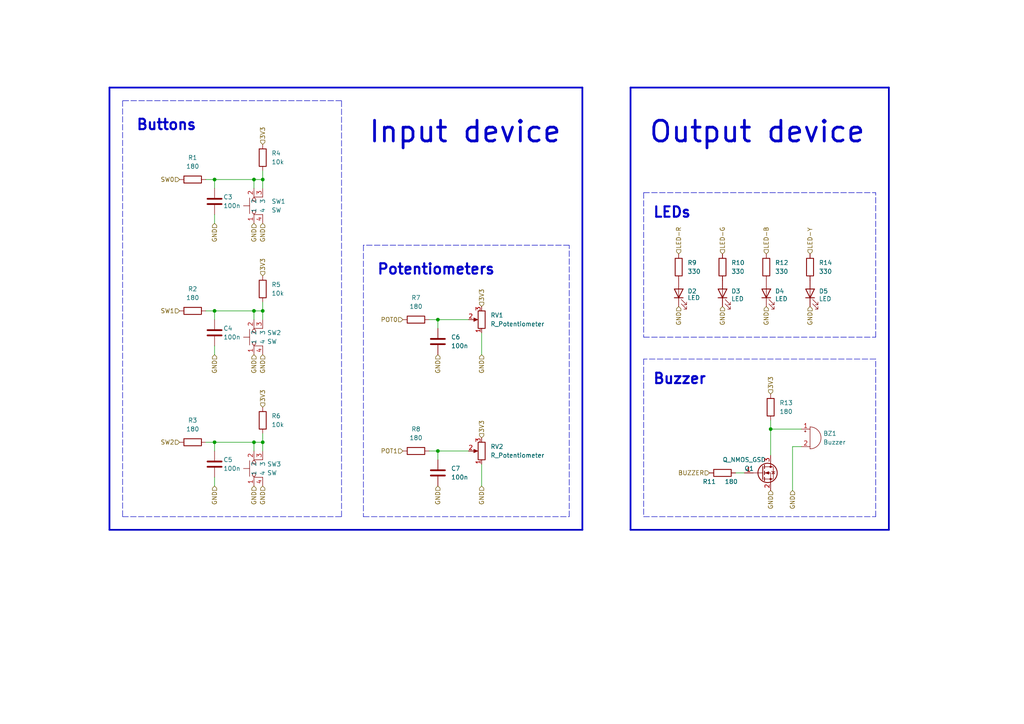
<source format=kicad_sch>
(kicad_sch (version 20211123) (generator eeschema)
  (paper "A4")
  (lib_symbols
    (symbol "Device:Buzzer" (pin_names (offset 0.0254) hide)
      (property "Reference" "BZ" (at 3.81 1.27 0))
      (property "Value" "Buzzer" (at 3.81 -1.27 0))
      (symbol "Buzzer_0_1"
        (arc (start 0 -3.175) (mid 3.175 0) (end 0 3.175))
        (polyline (pts (xy -1.651 1.905) (xy -1.143 1.905)))
        (polyline (pts (xy -1.397 2.159) (xy -1.397 1.651)))
        (polyline (pts (xy 0 3.175) (xy 0 -3.175)))
      )
      (symbol "Buzzer_1_1"
        (pin passive line (at -2.54 2.54 0) (length 2.54) (name "-") (number "1"))
        (pin passive line (at -2.54 -2.54 0) (length 2.54) (name "+") (number "2"))
      )
    )
    (symbol "Device:C" (pin_numbers hide) (pin_names (offset 0.254))
      (property "Reference" "C" (at 0.635 2.54 0))
      (property "Value" "C" (at 0.635 -2.54 0))
      (symbol "C_0_1"
        (polyline (pts (xy -2.032 -0.762) (xy 2.032 -0.762)) (stroke (width 0.508)))
        (polyline (pts (xy -2.032 0.762) (xy 2.032 0.762)) (stroke (width 0.508)))
      )
      (symbol "C_1_1"
        (pin passive line (at 0 3.81 270) (length 2.794) (name "~") (number "1"))
        (pin passive line (at 0 -3.81 90) (length 2.794) (name "~") (number "2"))
      )
    )
    (symbol "Device:LED" (pin_numbers hide) (pin_names (offset 1.016) hide)
      (property "Reference" "D" (at 0 2.54 0))
      (property "Value" "LED" (at 0 -2.54 0))
      (symbol "LED_0_1"
        (polyline (pts (xy -1.27 -1.27) (xy -1.27 1.27)) (stroke (width 0.254)))
        (polyline (pts (xy -1.27 0) (xy 1.27 0)))
        (polyline (pts (xy 1.27 -1.27) (xy 1.27 1.27) (xy -1.27 0) (xy 1.27 -1.27)) (stroke (width 0.254)))
        (polyline (pts (xy -3.048 -0.762) (xy -4.572 -2.286) (xy -3.81 -2.286) (xy -4.572 -2.286) (xy -4.572 -1.524)))
        (polyline (pts (xy -1.778 -0.762) (xy -3.302 -2.286) (xy -2.54 -2.286) (xy -3.302 -2.286) (xy -3.302 -1.524)))
      )
      (symbol "LED_1_1"
        (pin passive line (at -3.81 0 0) (length 2.54) (name "K") (number "1"))
        (pin passive line (at 3.81 0 180) (length 2.54) (name "A") (number "2"))
      )
    )
    (symbol "Device:Q_NMOS_GSD" (pin_names (offset 0) hide)
      (property "Reference" "Q" (at 5.08 1.27 0))
      (property "Value" "Q_NMOS_GSD" (at 5.08 -1.27 0))
      (symbol "Q_NMOS_GSD_0_1"
        (polyline (pts (xy 0.254 0) (xy -2.54 0)))
        (polyline (pts (xy 0.254 1.905) (xy 0.254 -1.905)) (stroke (width 0.254)))
        (polyline (pts (xy 0.762 -1.27) (xy 0.762 -2.286)) (stroke (width 0.254)))
        (polyline (pts (xy 0.762 0.508) (xy 0.762 -0.508)) (stroke (width 0.254)))
        (polyline (pts (xy 0.762 2.286) (xy 0.762 1.27)) (stroke (width 0.254)))
        (polyline (pts (xy 2.54 2.54) (xy 2.54 1.778)))
        (polyline (pts (xy 2.54 -2.54) (xy 2.54 0) (xy 0.762 0)))
        (polyline (pts (xy 0.762 -1.778) (xy 3.302 -1.778) (xy 3.302 1.778) (xy 0.762 1.778)))
        (polyline (pts (xy 1.016 0) (xy 2.032 0.381) (xy 2.032 -0.381) (xy 1.016 0)) (fill (type outline)))
        (polyline (pts (xy 2.794 0.508) (xy 2.921 0.381) (xy 3.683 0.381) (xy 3.81 0.254)))
        (polyline (pts (xy 3.302 0.381) (xy 2.921 -0.254) (xy 3.683 -0.254) (xy 3.302 0.381)))
        (circle (center 1.651 0) (radius 2.794) (stroke (width 0.254)))
        (circle (center 2.54 -1.778) (radius 0.254) (fill (type outline)))
        (circle (center 2.54 1.778) (radius 0.254) (fill (type outline)))
      )
      (symbol "Q_NMOS_GSD_1_1"
        (pin input line (at -5.08 0 0) (length 2.54) (name "G") (number "1"))
        (pin passive line (at 2.54 -5.08 90) (length 2.54) (name "S") (number "2"))
        (pin passive line (at 2.54 5.08 270) (length 2.54) (name "D") (number "3"))
      )
    )
    (symbol "Device:R" (pin_numbers hide) (pin_names (offset 0))
      (property "Reference" "R" (at 2.032 0 90))
      (property "Value" "R" (at 0 0 90))
      (symbol "R_0_1"
        (rectangle (start -1.016 -2.54) (end 1.016 2.54) (stroke (width 0.254)))
      )
      (symbol "R_1_1"
        (pin passive line (at 0 3.81 270) (length 1.27) (name "~") (number "1"))
        (pin passive line (at 0 -3.81 90) (length 1.27) (name "~") (number "2"))
      )
    )
    (symbol "Device:R_Potentiometer" (pin_names (offset 1.016) hide)
      (property "Reference" "RV" (at -4.445 0 90))
      (property "Value" "R_Potentiometer" (at -2.54 0 90))
      (symbol "R_Potentiometer_0_1"
        (polyline (pts (xy 2.54 0) (xy 1.524 0)))
        (polyline (pts (xy 1.143 0) (xy 2.286 0.508) (xy 2.286 -0.508) (xy 1.143 0)) (fill (type outline)))
        (rectangle (start 1.016 2.54) (end -1.016 -2.54) (stroke (width 0.254)))
      )
      (symbol "R_Potentiometer_1_1"
        (pin passive line (at 0 3.81 270) (length 1.27) (name "1") (number "1"))
        (pin passive line (at 3.81 0 180) (length 1.27) (name "2") (number "2"))
        (pin passive line (at 0 -3.81 90) (length 1.27) (name "3") (number "3"))
      )
    )
    (symbol "Robotarna_KiCad_Library:SW"
      (property "Reference" "SW" (at 0 8.89 0))
      (property "Value" "SW" (at 0 6.35 0))
      (symbol "SW_0_1"
        (circle (center -1.778 1.27) (radius 0.508))
        (polyline (pts (xy -2.286 2.54) (xy 2.286 2.54)))
        (polyline (pts (xy 0 2.54) (xy 0 4.318)))
        (polyline (pts (xy -2.54 -1.27) (xy -2.54 1.27) (xy -2.286 1.27)))
        (polyline (pts (xy 2.54 -1.27) (xy 2.54 1.27) (xy 2.286 1.27)))
        (circle (center 1.778 1.27) (radius 0.508))
        (pin passive line (at -5.08 1.27 0) (length 2.54) (name "1") (number "1"))
        (pin passive line (at 5.08 1.27 180) (length 2.54) (name "2") (number "2"))
        (pin passive line (at 5.08 -1.27 180) (length 2.54) (name "3") (number "3"))
        (pin passive line (at -5.08 -1.27 0) (length 2.54) (name "4") (number "4"))
      )
    )
    (symbol "SW_2"
      (property "Reference" "SW" (at 0 8.89 0))
      (property "Value" "SW_2" (at 0 6.35 0))
      (symbol "SW_2_0_1"
        (circle (center -1.778 1.27) (radius 0.508))
        (polyline (pts (xy -2.286 2.54) (xy 2.286 2.54)))
        (polyline (pts (xy 0 2.54) (xy 0 4.318)))
        (polyline (pts (xy -2.54 -1.27) (xy -2.54 1.27) (xy -2.286 1.27)))
        (polyline (pts (xy 2.54 -1.27) (xy 2.54 1.27) (xy 2.286 1.27)))
        (circle (center 1.778 1.27) (radius 0.508))
        (pin passive line (at -5.08 1.27 0) (length 2.54) (name "1") (number "1"))
        (pin passive line (at 5.08 1.27 180) (length 2.54) (name "2") (number "2"))
        (pin passive line (at 5.08 -1.27 180) (length 2.54) (name "3") (number "3"))
        (pin passive line (at -5.08 -1.27 0) (length 2.54) (name "4") (number "4"))
      )
    )
  )
  (junction (at 62.23 128.27))
  (junction (at 73.66 90.17))
  (junction (at 76.2 128.27))
  (junction (at 73.66 52.07))
  (junction (at 127 130.81))
  (junction (at 76.2 52.07))
  (junction (at 62.23 52.07))
  (junction (at 223.52 124.46))
  (junction (at 73.66 128.27))
  (junction (at 62.23 90.17))
  (junction (at 127 92.71))
  (junction (at 76.2 90.17))
  (wire (pts (xy 229.87 129.54) (xy 232.41 129.54)))
  (polyline (pts (xy 254 149.86) (xy 254 104.14)))
  (wire (pts (xy 62.23 92.71) (xy 62.23 90.17)))
  (wire (pts (xy 223.52 132.08) (xy 223.52 124.46)))
  (wire (pts (xy 73.66 90.17) (xy 76.2 90.17)))
  (wire (pts (xy 73.66 128.27) (xy 73.66 130.81)))
  (wire (pts (xy 62.23 90.17) (xy 73.66 90.17)))
  (polyline (pts (xy 186.69 97.79) (xy 254 97.79)))
  (polyline (pts (xy 31.75 153.67) (xy 168.91 153.67)) (stroke (width 0.5) (type solid)))
  (wire (pts (xy 73.66 52.07) (xy 73.66 54.61)))
  (polyline (pts (xy 35.56 149.86) (xy 99.06 149.86)))
  (wire (pts (xy 62.23 54.61) (xy 62.23 52.07)))
  (wire (pts (xy 73.66 90.17) (xy 73.66 92.71)))
  (polyline (pts (xy 99.06 149.86) (xy 99.06 29.21)))
  (wire (pts (xy 73.66 52.07) (xy 76.2 52.07)))
  (wire (pts (xy 76.2 54.61) (xy 76.2 52.07)))
  (polyline (pts (xy 35.56 29.21) (xy 35.56 149.86)))
  (polyline (pts (xy 105.41 149.86) (xy 165.1 149.86)))
  (wire (pts (xy 59.69 52.07) (xy 62.23 52.07)))
  (wire (pts (xy 127 95.25) (xy 127 92.71)))
  (polyline (pts (xy 168.91 153.67) (xy 168.91 25.4)) (stroke (width 0.5) (type solid)))
  (wire (pts (xy 62.23 128.27) (xy 73.66 128.27)))
  (wire (pts (xy 73.66 128.27) (xy 76.2 128.27)))
  (polyline (pts (xy 186.69 149.86) (xy 254 149.86)))
  (polyline (pts (xy 254 97.79) (xy 254 55.88)))
  (wire (pts (xy 62.23 138.43) (xy 62.23 140.97)))
  (polyline (pts (xy 182.88 153.67) (xy 257.81 153.67)) (stroke (width 0.5) (type solid)))
  (wire (pts (xy 76.2 92.71) (xy 76.2 90.17)))
  (polyline (pts (xy 254 104.14) (xy 186.69 104.14)))
  (polyline (pts (xy 186.69 55.88) (xy 254 55.88)))
  (wire (pts (xy 139.7 134.62) (xy 139.7 140.97)))
  (polyline (pts (xy 165.1 71.12) (xy 105.41 71.12)))
  (wire (pts (xy 62.23 62.23) (xy 62.23 64.77)))
  (wire (pts (xy 127 130.81) (xy 135.89 130.81)))
  (polyline (pts (xy 168.91 25.4) (xy 31.75 25.4)) (stroke (width 0.5) (type solid)))
  (wire (pts (xy 62.23 100.33) (xy 62.23 102.87)))
  (wire (pts (xy 139.7 96.52) (xy 139.7 102.87)))
  (wire (pts (xy 124.46 92.71) (xy 127 92.71)))
  (polyline (pts (xy 31.75 25.4) (xy 31.75 153.67)) (stroke (width 0.5) (type solid)))
  (wire (pts (xy 223.52 124.46) (xy 232.41 124.46)))
  (wire (pts (xy 124.46 130.81) (xy 127 130.81)))
  (wire (pts (xy 223.52 121.92) (xy 223.52 124.46)))
  (wire (pts (xy 127 92.71) (xy 135.89 92.71)))
  (polyline (pts (xy 165.1 149.86) (xy 165.1 71.12)))
  (wire (pts (xy 62.23 130.81) (xy 62.23 128.27)))
  (wire (pts (xy 229.87 142.24) (xy 229.87 129.54)))
  (polyline (pts (xy 182.88 25.4) (xy 257.81 25.4)) (stroke (width 0.5) (type solid)))
  (polyline (pts (xy 182.88 25.4) (xy 182.88 153.67)) (stroke (width 0.5) (type solid)))
  (wire (pts (xy 76.2 130.81) (xy 76.2 128.27)))
  (wire (pts (xy 76.2 90.17) (xy 76.2 87.63)))
  (wire (pts (xy 127 133.35) (xy 127 130.81)))
  (wire (pts (xy 62.23 52.07) (xy 73.66 52.07)))
  (wire (pts (xy 76.2 52.07) (xy 76.2 49.53)))
  (polyline (pts (xy 257.81 153.67) (xy 257.81 25.4)) (stroke (width 0.5) (type solid)))
  (polyline (pts (xy 186.69 55.88) (xy 186.69 97.79)))
  (wire (pts (xy 213.36 137.16) (xy 215.9 137.16)))
  (polyline (pts (xy 99.06 29.21) (xy 35.56 29.21)))
  (wire (pts (xy 59.69 128.27) (xy 62.23 128.27)))
  (wire (pts (xy 59.69 90.17) (xy 62.23 90.17)))
  (polyline (pts (xy 186.69 104.14) (xy 186.69 149.86)))
  (polyline (pts (xy 105.41 71.12) (xy 105.41 149.86)))
  (wire (pts (xy 76.2 128.27) (xy 76.2 125.73)))
  (text "LEDs" (at 189.23 63.5 0) (effects (font (size 3 3) bold) (justify left bottom)))
  (text "Output device" (at 187.96 41.91 0) (effects (font (size 6 6) (thickness 0.8) bold) (justify left bottom)))
  (text "Input device" (at 106.68 41.91 0) (effects (font (size 6 6) (thickness 0.8) bold) (justify left bottom)))
  (text "Buttons" (at 39.37 38.1 0) (effects (font (size 3 3) bold) (justify left bottom)))
  (text "Buzzer" (at 189.23 111.76 0) (effects (font (size 3 3) bold) (justify left bottom)))
  (text "Potentiometers" (at 109.22 80.01 0) (effects (font (size 3 3) bold) (justify left bottom)))
  (hierarchical_label "LED-R" (shape input) (at 196.85 73.66 90))
  (hierarchical_label "LED-G" (shape input) (at 209.55 73.66 90))
  (hierarchical_label "GND" (shape input) (at 62.23 64.77 270))
  (hierarchical_label "3V3" (shape input) (at 139.7 88.9 90))
  (hierarchical_label "GND" (shape input) (at 62.23 140.97 270))
  (hierarchical_label "SW2" (shape input) (at 52.07 128.27 180))
  (hierarchical_label "GND" (shape input) (at 222.25 88.9 270))
  (hierarchical_label "GND" (shape input) (at 76.2 102.87 270))
  (hierarchical_label "GND" (shape input) (at 196.85 88.9 270))
  (hierarchical_label "GND" (shape input) (at 127 140.97 270))
  (hierarchical_label "GND" (shape input) (at 139.7 140.97 270))
  (hierarchical_label "POT1" (shape input) (at 116.84 130.81 180))
  (hierarchical_label "BUZZER" (shape input) (at 205.74 137.16 180))
  (hierarchical_label "GND" (shape input) (at 127 102.87 270))
  (hierarchical_label "GND" (shape input) (at 73.66 102.87 270))
  (hierarchical_label "GND" (shape input) (at 62.23 102.87 270))
  (hierarchical_label "GND" (shape input) (at 73.66 140.97 270))
  (hierarchical_label "GND" (shape input) (at 76.2 140.97 270))
  (hierarchical_label "GND" (shape input) (at 76.2 64.77 270))
  (hierarchical_label "GND" (shape input) (at 139.7 102.87 270))
  (hierarchical_label "3V3" (shape input) (at 76.2 41.91 90))
  (hierarchical_label "GND" (shape input) (at 234.95 88.9 270))
  (hierarchical_label "LED-Y" (shape input) (at 234.95 73.66 90))
  (hierarchical_label "3V3" (shape input) (at 139.7 127 90))
  (hierarchical_label "GND" (shape input) (at 209.55 88.9 270))
  (hierarchical_label "SW0" (shape input) (at 52.07 52.07 180))
  (hierarchical_label "SW1" (shape input) (at 52.07 90.17 180))
  (hierarchical_label "GND" (shape input) (at 73.66 64.77 270))
  (hierarchical_label "LED-B" (shape input) (at 222.25 73.66 90))
  (hierarchical_label "GND" (shape input) (at 223.52 142.24 270))
  (hierarchical_label "GND" (shape input) (at 229.87 142.24 270))
  (hierarchical_label "3V3" (shape input) (at 76.2 118.11 90))
  (hierarchical_label "POT0" (shape input) (at 116.84 92.71 180))
  (hierarchical_label "3V3" (shape input) (at 223.52 114.3 90))
  (hierarchical_label "3V3" (shape input) (at 76.2 80.01 90))
  (symbol (lib_id "Device:R") (at 55.88 52.07 90) (unit 1)
    (property "Reference" "R1" (at 55.88 45.72 90))
    (property "Value" "180" (at 55.88 48.26 90))
    (property "Footprint" "Resistor_SMD:R_0603_1608Metric" (effects hide))
  )
  (symbol (lib_id "Device:R") (at 76.2 45.72 0) (unit 1)
    (property "Reference" "R4" (at 78.74 44.4499 0) (effects (justify left)))
    (property "Value" "10k" (at 78.74 46.9899 0) (effects (justify left)))
    (property "Footprint" "Resistor_SMD:R_0402_1005Metric" (effects hide))
    (property "LCSC" "C25531" (effects hide))
  )
  (symbol (lib_id "Device:Buzzer") (at 234.95 127 0) (unit 1)
    (property "Reference" "BZ1" (at 238.76 125.7299 0) (effects (justify left)))
    (property "Value" "Buzzer" (at 238.76 128.2699 0) (effects (justify left)))
    (property "Footprint" "Robotarna_KiCad_Library:ELKS-PIEZO" (effects hide))
  )
  (symbol (lib_id "Device:R") (at 120.65 92.71 90) (unit 1)
    (property "Reference" "R7" (at 120.65 86.36 90))
    (property "Value" "180" (at 120.65 88.9 90))
    (property "Footprint" "Resistor_SMD:R_0603_1608Metric" (effects hide))
    (property "LCSC" "C22828" (effects hide))
  )
  (symbol (lib_id "Robotarna_KiCad_Library:SW") (at 74.93 59.69 90) (unit 1)
    (property "Reference" "SW1" (at 78.74 58.42 90) (effects (justify right)))
    (property "Value" "SW" (at 78.74 60.96 90) (effects (justify right)))
    (property "Footprint" "Robotarna_KiCad_Library:Tactile_switch" (effects hide))
    (property "Datasheet" "http://www.apem.com/int/index.php?controller=attachment&id_attachment=1371" (effects hide))
    (property "LCSC" "C318887" (effects hide))
  )
  (symbol (lib_id "Device:R") (at 55.88 90.17 90) (unit 1)
    (property "Reference" "R2" (at 55.88 83.82 90))
    (property "Value" "180" (at 55.88 86.36 90))
    (property "Footprint" "Resistor_SMD:R_0603_1608Metric" (effects hide))
  )
  (symbol (lib_id "Device:LED") (at 234.95 85.09 90) (unit 1)
    (property "Reference" "D5" (at 237.49 84.455 90) (effects (justify right)))
    (property "Value" "LED" (at 237.49 86.6776 90) (effects (justify right)))
    (property "Footprint" "LED_SMD:LED_0603_1608Metric" (effects hide))
    (property "LCSC" "C72038" (effects hide))
  )
  (symbol (lib_id "Device:R") (at 120.65 130.81 90) (unit 1)
    (property "Reference" "R8" (at 120.65 124.46 90))
    (property "Value" "180" (at 120.65 127 90))
    (property "Footprint" "Resistor_SMD:R_0603_1608Metric" (effects hide))
    (property "LCSC" "C22828" (effects hide))
  )
  (symbol (lib_id "Device:LED") (at 209.55 85.09 90) (unit 1)
    (property "Reference" "D3" (at 212.09 84.455 90) (effects (justify right)))
    (property "Value" "LED" (at 212.09 86.6776 90) (effects (justify right)))
    (property "Footprint" "LED_SMD:LED_0603_1608Metric" (effects hide))
    (property "LCSC" "C72043" (effects hide))
  )
  (symbol (lib_id "Robotarna_KiCad_Library:SW") (at 74.93 135.89 90) (unit 1)
    (property "Reference" "SW3" (at 77.47 134.6199 90) (effects (justify right)))
    (property "Value" "SW" (at 77.47 137.1599 90) (effects (justify right)))
    (property "Footprint" "Robotarna_KiCad_Library:Tactile_switch" (effects hide))
    (property "Datasheet" "http://www.apem.com/int/index.php?controller=attachment&id_attachment=1371" (effects hide))
    (property "LCSC" "C318887" (effects hide))
  )
  (symbol (lib_id "Device:R") (at 55.88 128.27 90) (unit 1)
    (property "Reference" "R3" (at 55.88 121.92 90))
    (property "Value" "180" (at 55.88 124.46 90))
    (property "Footprint" "Resistor_SMD:R_0603_1608Metric" (effects hide))
  )
  (symbol (lib_id "Device:LED") (at 222.25 85.09 90) (unit 1)
    (property "Reference" "D4" (at 224.79 84.455 90) (effects (justify right)))
    (property "Value" "LED" (at 224.79 86.6776 90) (effects (justify right)))
    (property "Footprint" "LED_SMD:LED_0603_1608Metric" (effects hide))
    (property "LCSC" "C72041" (effects hide))
  )
  (symbol (lib_id "Device:C") (at 62.23 58.42 0) (unit 1)
    (property "Reference" "C3" (at 64.77 57.15 0) (effects (justify left)))
    (property "Value" "100n" (at 64.77 59.69 0) (effects (justify left)))
    (property "Footprint" "Capacitor_SMD:C_0402_1005Metric" (effects hide))
    (property "LCSC" "C1525" (effects hide))
  )
  (symbol (lib_id "Device:R") (at 76.2 121.92 0) (unit 1)
    (property "Reference" "R6" (at 78.74 120.6499 0) (effects (justify left)))
    (property "Value" "10k" (at 78.74 123.1899 0) (effects (justify left)))
    (property "Footprint" "Resistor_SMD:R_0402_1005Metric" (effects hide))
    (property "LCSC" "C25531" (effects hide))
  )
  (symbol (lib_id "Device:R") (at 223.52 118.11 180) (unit 1)
    (property "Reference" "R13" (at 226.06 116.8399 0) (effects (justify right)))
    (property "Value" "180" (at 226.06 119.3799 0) (effects (justify right)))
    (property "Footprint" "Resistor_SMD:R_0603_1608Metric" (effects hide))
    (property "LCSC" "C22828" (effects hide))
  )
  (symbol (lib_name "SW_2") (lib_id "Robotarna_KiCad_Library:SW") (at 74.93 97.79 90) (unit 1)
    (property "Reference" "SW2" (at 77.47 96.5199 90) (effects (justify right)))
    (property "Value" "SW" (at 77.47 99.0599 90) (effects (justify right)))
    (property "Footprint" "Robotarna_KiCad_Library:Tactile_switch" (effects hide))
    (property "Datasheet" "http://www.apem.com/int/index.php?controller=attachment&id_attachment=1371" (effects hide))
    (property "LCSC" "C318887" (effects hide))
  )
  (symbol (lib_id "Device:R") (at 76.2 83.82 0) (unit 1)
    (property "Reference" "R5" (at 78.74 82.5499 0) (effects (justify left)))
    (property "Value" "10k" (at 78.74 85.0899 0) (effects (justify left)))
    (property "Footprint" "Resistor_SMD:R_0402_1005Metric" (effects hide))
    (property "LCSC" "C25531" (effects hide))
  )
  (symbol (lib_id "Device:R") (at 222.25 77.47 0) (unit 1)
    (property "Reference" "R12" (at 224.79 76.1999 0) (effects (justify left)))
    (property "Value" "330" (at 224.79 78.7399 0) (effects (justify left)))
    (property "Footprint" "Resistor_SMD:R_0402_1005Metric" (effects hide))
    (property "LCSC" "C25104" (effects hide))
  )
  (symbol (lib_id "Device:R") (at 234.95 77.47 0) (unit 1)
    (property "Reference" "R14" (at 237.49 76.1999 0) (effects (justify left)))
    (property "Value" "330" (at 237.49 78.7399 0) (effects (justify left)))
    (property "Footprint" "Resistor_SMD:R_0402_1005Metric" (effects hide))
    (property "LCSC" "C25104" (effects hide))
  )
  (symbol (lib_id "Device:R") (at 196.85 77.47 0) (unit 1)
    (property "Reference" "R9" (at 199.39 76.1999 0) (effects (justify left)))
    (property "Value" "330" (at 199.39 78.7399 0) (effects (justify left)))
    (property "Footprint" "Resistor_SMD:R_0402_1005Metric" (effects hide))
    (property "LCSC" "C25104" (effects hide))
  )
  (symbol (lib_id "Device:R_Potentiometer") (at 139.7 92.71 180) (unit 1)
    (property "Reference" "RV1" (at 142.24 91.4399 0) (effects (justify right)))
    (property "Value" "R_Potentiometer" (at 142.24 93.9799 0) (effects (justify right)))
    (property "Footprint" "Robotarna_KiCad_Library:RK09K113 (ELKS-POT)" (effects hide))
    (property "LCSC" "C470311" (effects hide))
  )
  (symbol (lib_id "Device:R") (at 209.55 77.47 0) (unit 1)
    (property "Reference" "R10" (at 212.09 76.1999 0) (effects (justify left)))
    (property "Value" "330" (at 212.09 78.7399 0) (effects (justify left)))
    (property "Footprint" "Resistor_SMD:R_0402_1005Metric" (effects hide))
    (property "LCSC" "C25104" (effects hide))
  )
  (symbol (lib_id "Device:R_Potentiometer") (at 139.7 130.81 180) (unit 1)
    (property "Reference" "RV2" (at 142.24 129.5399 0) (effects (justify right)))
    (property "Value" "R_Potentiometer" (at 142.24 132.0799 0) (effects (justify right)))
    (property "Footprint" "Robotarna_KiCad_Library:RK09K113 (ELKS-POT)" (effects hide))
    (property "LCSC" "C470311" (effects hide))
  )
  (symbol (lib_id "Device:R") (at 209.55 137.16 270) (unit 1)
    (property "Reference" "R11" (at 205.74 139.7 90))
    (property "Value" "180" (at 212.09 139.7 90))
    (property "Footprint" "Resistor_SMD:R_0603_1608Metric" (effects hide))
    (property "LCSC" "C22828" (effects hide))
  )
  (symbol (lib_id "Device:Q_NMOS_GSD") (at 220.98 137.16 0) (unit 1)
    (property "Reference" "Q1" (at 215.9 135.89 0) (effects (justify left)))
    (property "Value" "Q_NMOS_GSD" (at 209.55 133.35 0) (effects (justify left)))
    (property "Footprint" "Package_TO_SOT_SMD:SOT-23" (effects hide))
    (property "LCSC" "C8545" (effects hide))
  )
  (symbol (lib_id "Device:C") (at 62.23 96.52 0) (unit 1)
    (property "Reference" "C4" (at 64.77 95.25 0) (effects (justify left)))
    (property "Value" "100n" (at 64.77 97.79 0) (effects (justify left)))
    (property "Footprint" "Capacitor_SMD:C_0402_1005Metric" (effects hide))
    (property "LCSC" "C1525" (effects hide))
  )
  (symbol (lib_id "Device:LED") (at 196.85 85.09 90) (unit 1)
    (property "Reference" "D2" (at 199.39 84.455 90) (effects (justify right)))
    (property "Value" "LED" (at 199.39 86.36 90) (effects (justify right)))
    (property "Footprint" "LED_SMD:LED_0603_1608Metric" (effects hide))
    (property "LCSC" "C84263" (effects hide))
  )
  (symbol (lib_id "Device:C") (at 127 99.06 0) (unit 1)
    (property "Reference" "C6" (at 130.81 97.7899 0) (effects (justify left)))
    (property "Value" "100n" (at 130.81 100.3299 0) (effects (justify left)))
    (property "Footprint" "Capacitor_SMD:C_0402_1005Metric" (effects hide))
    (property "LCSC" "C1525" (effects hide))
  )
  (symbol (lib_id "Device:C") (at 62.23 134.62 0) (unit 1)
    (property "Reference" "C5" (at 64.77 133.35 0) (effects (justify left)))
    (property "Value" "100n" (at 64.77 135.89 0) (effects (justify left)))
    (property "Footprint" "Capacitor_SMD:C_0402_1005Metric" (effects hide))
    (property "LCSC" "C1525" (effects hide))
  )
  (symbol (lib_id "Device:C") (at 127 137.16 0) (unit 1)
    (property "Reference" "C7" (at 130.81 135.8899 0) (effects (justify left)))
    (property "Value" "100n" (at 130.81 138.4299 0) (effects (justify left)))
    (property "Footprint" "Capacitor_SMD:C_0402_1005Metric" (effects hide))
    (property "LCSC" "C1525" (effects hide))
  )
)
</source>
